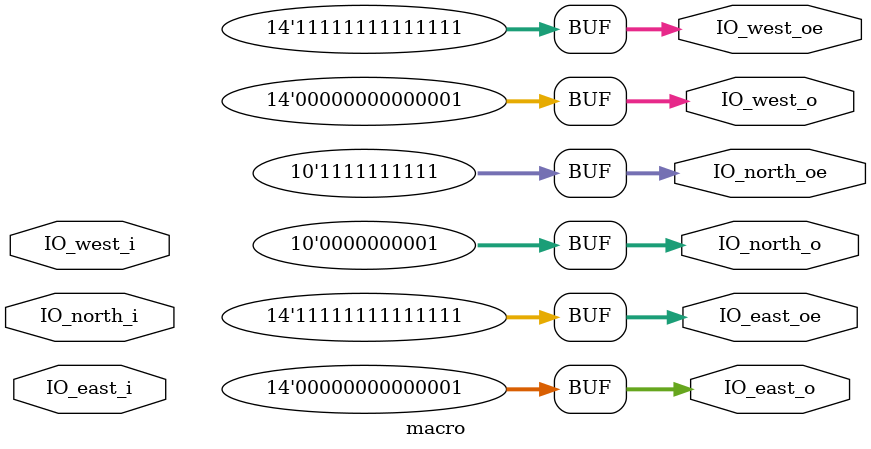
<source format=v>
module macro #(
    parameter integer number = 0
) (
    input [9:0] IO_north_i,
    input [13:0] IO_east_i,
    input [13:0] IO_west_i,
    output [13:0] IO_east_o,
    output [13:0] IO_east_oe,
    output [13:0] IO_west_o,
    output [13:0] IO_west_oe,
    output [9:0] IO_north_o,
    output [9:0] IO_north_oe 
);
//
assign IO_east_oe = 14'b11_1111_1111_1111;
assign IO_west_oe = 14'b11_1111_1111_1111;
assign IO_north_oe = 10'b11_1111_1111;
//
generate
    case (number)
        0: begin
            assign IO_east_o = 14'b00_0000_0000_0001;
            assign IO_west_o = 14'b00_0000_0000_0001;
            assign IO_north_o = 10'b00_0000_0001;
        end
        1: begin
            assign IO_east_o = 14'b00_0000_0000_0010;
            assign IO_west_o = 14'b00_0000_0000_0010;
            assign IO_north_o = 10'b00_0000_0010;
        end
        2: begin
            assign IO_east_o = 14'b00_0000_0000_0100;
            assign IO_west_o = 14'b00_0000_0000_0100;
            assign IO_north_o = 10'b00_0000_0100;
        end
        3: begin
            assign IO_east_o = 14'b00_0000_0000_1000;
            assign IO_west_o = 14'b00_0000_0000_1000;
            assign IO_north_o = 10'b00_0000_1000;
        end
        4: begin
            assign IO_east_o = 14'b00_0000_0001_0000;
            assign IO_west_o = 14'b00_0000_0001_0000;
            assign IO_north_o = 10'b00_0001_0000;
        end
        5: begin
            assign IO_east_o = 14'b00_0000_0010_0000;
            assign IO_west_o = 14'b00_0000_0010_0000;
            assign IO_north_o = 10'b00_0010_0000;
        end
        6: begin
            assign IO_east_o = 14'b00_0000_0100_0000;
            assign IO_west_o = 14'b00_0000_0100_0000;
            assign IO_north_o = 10'b00_0100_0000;
        end
        7: begin
            assign IO_east_o = 14'b00_0000_1000_0000;
            assign IO_west_o = 14'b00_0000_1000_0000;
            assign IO_north_o = 10'b00_1000_0000;
        end
        8: begin
            assign IO_east_o = 14'b00_0001_0000_0000;
            assign IO_west_o = 14'b00_0001_0000_0000;
            assign IO_north_o = 10'b01_0000_0000;
        end
    endcase
endgenerate
//
endmodule
</source>
